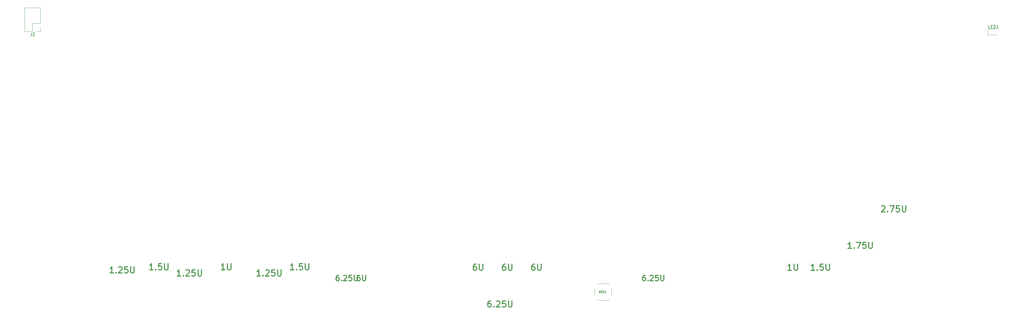
<source format=gto>
G04 #@! TF.GenerationSoftware,KiCad,Pcbnew,(5.1.4)-1*
G04 #@! TF.CreationDate,2020-03-17T00:39:42-07:00*
G04 #@! TF.ProjectId,mad cat,6d616420-6361-4742-9e6b-696361645f70,rev?*
G04 #@! TF.SameCoordinates,Original*
G04 #@! TF.FileFunction,Legend,Top*
G04 #@! TF.FilePolarity,Positive*
%FSLAX46Y46*%
G04 Gerber Fmt 4.6, Leading zero omitted, Abs format (unit mm)*
G04 Created by KiCad (PCBNEW (5.1.4)-1) date 2020-03-17 00:39:42*
%MOMM*%
%LPD*%
G04 APERTURE LIST*
%ADD10C,0.120000*%
%ADD11C,0.150000*%
%ADD12C,0.300000*%
G04 APERTURE END LIST*
D10*
X315615000Y-27160000D02*
X318500000Y-27160000D01*
X315615000Y-25340000D02*
X315615000Y-27160000D01*
X318500000Y-25340000D02*
X315615000Y-25340000D01*
X192720000Y-110085000D02*
X192720000Y-112165000D01*
X188550000Y-113845000D02*
X188060000Y-113355000D01*
X187280000Y-110085000D02*
X187280000Y-112165000D01*
X191450000Y-113845000D02*
X191940000Y-113355000D01*
X191450000Y-113845000D02*
X188550000Y-113845000D01*
X191450000Y-108405000D02*
X191940000Y-108895000D01*
X191450000Y-108405000D02*
X188550000Y-108405000D01*
X188550000Y-108405000D02*
X188060000Y-108895000D01*
X6330000Y-18355000D02*
X1130000Y-18355000D01*
X6330000Y-23495000D02*
X6330000Y-18355000D01*
X1130000Y-26095000D02*
X1130000Y-18355000D01*
X6330000Y-23495000D02*
X3730000Y-23495000D01*
X3730000Y-23495000D02*
X3730000Y-26095000D01*
X3730000Y-26095000D02*
X1130000Y-26095000D01*
X6330000Y-24765000D02*
X6330000Y-26095000D01*
X6330000Y-26095000D02*
X5000000Y-26095000D01*
D11*
X316380952Y-25052380D02*
X315904761Y-25052380D01*
X315904761Y-24052380D01*
X316714285Y-24528571D02*
X317047619Y-24528571D01*
X317190476Y-25052380D02*
X316714285Y-25052380D01*
X316714285Y-24052380D01*
X317190476Y-24052380D01*
X317619047Y-25052380D02*
X317619047Y-24052380D01*
X317857142Y-24052380D01*
X318000000Y-24100000D01*
X318095238Y-24195238D01*
X318142857Y-24290476D01*
X318190476Y-24480952D01*
X318190476Y-24623809D01*
X318142857Y-24814285D01*
X318095238Y-24909523D01*
X318000000Y-25004761D01*
X317857142Y-25052380D01*
X317619047Y-25052380D01*
X319142857Y-25052380D02*
X318571428Y-25052380D01*
X318857142Y-25052380D02*
X318857142Y-24052380D01*
X318761904Y-24195238D01*
X318666666Y-24290476D01*
X318571428Y-24338095D01*
D12*
X66523809Y-103904761D02*
X65380952Y-103904761D01*
X65952380Y-103904761D02*
X65952380Y-101904761D01*
X65761904Y-102190476D01*
X65571428Y-102380952D01*
X65380952Y-102476190D01*
X67380952Y-101904761D02*
X67380952Y-103523809D01*
X67476190Y-103714285D01*
X67571428Y-103809523D01*
X67761904Y-103904761D01*
X68142857Y-103904761D01*
X68333333Y-103809523D01*
X68428571Y-103714285D01*
X68523809Y-103523809D01*
X68523809Y-101904761D01*
X89095238Y-103904761D02*
X87952380Y-103904761D01*
X88523809Y-103904761D02*
X88523809Y-101904761D01*
X88333333Y-102190476D01*
X88142857Y-102380952D01*
X87952380Y-102476190D01*
X89952380Y-103714285D02*
X90047619Y-103809523D01*
X89952380Y-103904761D01*
X89857142Y-103809523D01*
X89952380Y-103714285D01*
X89952380Y-103904761D01*
X91857142Y-101904761D02*
X90904761Y-101904761D01*
X90809523Y-102857142D01*
X90904761Y-102761904D01*
X91095238Y-102666666D01*
X91571428Y-102666666D01*
X91761904Y-102761904D01*
X91857142Y-102857142D01*
X91952380Y-103047619D01*
X91952380Y-103523809D01*
X91857142Y-103714285D01*
X91761904Y-103809523D01*
X91571428Y-103904761D01*
X91095238Y-103904761D01*
X90904761Y-103809523D01*
X90809523Y-103714285D01*
X92809523Y-101904761D02*
X92809523Y-103523809D01*
X92904761Y-103714285D01*
X93000000Y-103809523D01*
X93190476Y-103904761D01*
X93571428Y-103904761D01*
X93761904Y-103809523D01*
X93857142Y-103714285D01*
X93952380Y-103523809D01*
X93952380Y-101904761D01*
X43095238Y-103904761D02*
X41952380Y-103904761D01*
X42523809Y-103904761D02*
X42523809Y-101904761D01*
X42333333Y-102190476D01*
X42142857Y-102380952D01*
X41952380Y-102476190D01*
X43952380Y-103714285D02*
X44047619Y-103809523D01*
X43952380Y-103904761D01*
X43857142Y-103809523D01*
X43952380Y-103714285D01*
X43952380Y-103904761D01*
X45857142Y-101904761D02*
X44904761Y-101904761D01*
X44809523Y-102857142D01*
X44904761Y-102761904D01*
X45095238Y-102666666D01*
X45571428Y-102666666D01*
X45761904Y-102761904D01*
X45857142Y-102857142D01*
X45952380Y-103047619D01*
X45952380Y-103523809D01*
X45857142Y-103714285D01*
X45761904Y-103809523D01*
X45571428Y-103904761D01*
X45095238Y-103904761D01*
X44904761Y-103809523D01*
X44809523Y-103714285D01*
X46809523Y-101904761D02*
X46809523Y-103523809D01*
X46904761Y-103714285D01*
X47000000Y-103809523D01*
X47190476Y-103904761D01*
X47571428Y-103904761D01*
X47761904Y-103809523D01*
X47857142Y-103714285D01*
X47952380Y-103523809D01*
X47952380Y-101904761D01*
X251523809Y-104029761D02*
X250380952Y-104029761D01*
X250952380Y-104029761D02*
X250952380Y-102029761D01*
X250761904Y-102315476D01*
X250571428Y-102505952D01*
X250380952Y-102601190D01*
X252380952Y-102029761D02*
X252380952Y-103648809D01*
X252476190Y-103839285D01*
X252571428Y-103934523D01*
X252761904Y-104029761D01*
X253142857Y-104029761D01*
X253333333Y-103934523D01*
X253428571Y-103839285D01*
X253523809Y-103648809D01*
X253523809Y-102029761D01*
X30142857Y-104904761D02*
X29000000Y-104904761D01*
X29571428Y-104904761D02*
X29571428Y-102904761D01*
X29380952Y-103190476D01*
X29190476Y-103380952D01*
X29000000Y-103476190D01*
X31000000Y-104714285D02*
X31095238Y-104809523D01*
X31000000Y-104904761D01*
X30904761Y-104809523D01*
X31000000Y-104714285D01*
X31000000Y-104904761D01*
X31857142Y-103095238D02*
X31952380Y-103000000D01*
X32142857Y-102904761D01*
X32619047Y-102904761D01*
X32809523Y-103000000D01*
X32904761Y-103095238D01*
X33000000Y-103285714D01*
X33000000Y-103476190D01*
X32904761Y-103761904D01*
X31761904Y-104904761D01*
X33000000Y-104904761D01*
X34809523Y-102904761D02*
X33857142Y-102904761D01*
X33761904Y-103857142D01*
X33857142Y-103761904D01*
X34047619Y-103666666D01*
X34523809Y-103666666D01*
X34714285Y-103761904D01*
X34809523Y-103857142D01*
X34904761Y-104047619D01*
X34904761Y-104523809D01*
X34809523Y-104714285D01*
X34714285Y-104809523D01*
X34523809Y-104904761D01*
X34047619Y-104904761D01*
X33857142Y-104809523D01*
X33761904Y-104714285D01*
X35761904Y-102904761D02*
X35761904Y-104523809D01*
X35857142Y-104714285D01*
X35952380Y-104809523D01*
X36142857Y-104904761D01*
X36523809Y-104904761D01*
X36714285Y-104809523D01*
X36809523Y-104714285D01*
X36904761Y-104523809D01*
X36904761Y-102904761D01*
X259095238Y-104029761D02*
X257952380Y-104029761D01*
X258523809Y-104029761D02*
X258523809Y-102029761D01*
X258333333Y-102315476D01*
X258142857Y-102505952D01*
X257952380Y-102601190D01*
X259952380Y-103839285D02*
X260047619Y-103934523D01*
X259952380Y-104029761D01*
X259857142Y-103934523D01*
X259952380Y-103839285D01*
X259952380Y-104029761D01*
X261857142Y-102029761D02*
X260904761Y-102029761D01*
X260809523Y-102982142D01*
X260904761Y-102886904D01*
X261095238Y-102791666D01*
X261571428Y-102791666D01*
X261761904Y-102886904D01*
X261857142Y-102982142D01*
X261952380Y-103172619D01*
X261952380Y-103648809D01*
X261857142Y-103839285D01*
X261761904Y-103934523D01*
X261571428Y-104029761D01*
X261095238Y-104029761D01*
X260904761Y-103934523D01*
X260809523Y-103839285D01*
X262809523Y-102029761D02*
X262809523Y-103648809D01*
X262904761Y-103839285D01*
X263000000Y-103934523D01*
X263190476Y-104029761D01*
X263571428Y-104029761D01*
X263761904Y-103934523D01*
X263857142Y-103839285D01*
X263952380Y-103648809D01*
X263952380Y-102029761D01*
X52142857Y-105904761D02*
X51000000Y-105904761D01*
X51571428Y-105904761D02*
X51571428Y-103904761D01*
X51380952Y-104190476D01*
X51190476Y-104380952D01*
X51000000Y-104476190D01*
X53000000Y-105714285D02*
X53095238Y-105809523D01*
X53000000Y-105904761D01*
X52904761Y-105809523D01*
X53000000Y-105714285D01*
X53000000Y-105904761D01*
X53857142Y-104095238D02*
X53952380Y-104000000D01*
X54142857Y-103904761D01*
X54619047Y-103904761D01*
X54809523Y-104000000D01*
X54904761Y-104095238D01*
X55000000Y-104285714D01*
X55000000Y-104476190D01*
X54904761Y-104761904D01*
X53761904Y-105904761D01*
X55000000Y-105904761D01*
X56809523Y-103904761D02*
X55857142Y-103904761D01*
X55761904Y-104857142D01*
X55857142Y-104761904D01*
X56047619Y-104666666D01*
X56523809Y-104666666D01*
X56714285Y-104761904D01*
X56809523Y-104857142D01*
X56904761Y-105047619D01*
X56904761Y-105523809D01*
X56809523Y-105714285D01*
X56714285Y-105809523D01*
X56523809Y-105904761D01*
X56047619Y-105904761D01*
X55857142Y-105809523D01*
X55761904Y-105714285D01*
X57761904Y-103904761D02*
X57761904Y-105523809D01*
X57857142Y-105714285D01*
X57952380Y-105809523D01*
X58142857Y-105904761D01*
X58523809Y-105904761D01*
X58714285Y-105809523D01*
X58809523Y-105714285D01*
X58904761Y-105523809D01*
X58904761Y-103904761D01*
X78142857Y-105904761D02*
X77000000Y-105904761D01*
X77571428Y-105904761D02*
X77571428Y-103904761D01*
X77380952Y-104190476D01*
X77190476Y-104380952D01*
X77000000Y-104476190D01*
X79000000Y-105714285D02*
X79095238Y-105809523D01*
X79000000Y-105904761D01*
X78904761Y-105809523D01*
X79000000Y-105714285D01*
X79000000Y-105904761D01*
X79857142Y-104095238D02*
X79952380Y-104000000D01*
X80142857Y-103904761D01*
X80619047Y-103904761D01*
X80809523Y-104000000D01*
X80904761Y-104095238D01*
X81000000Y-104285714D01*
X81000000Y-104476190D01*
X80904761Y-104761904D01*
X79761904Y-105904761D01*
X81000000Y-105904761D01*
X82809523Y-103904761D02*
X81857142Y-103904761D01*
X81761904Y-104857142D01*
X81857142Y-104761904D01*
X82047619Y-104666666D01*
X82523809Y-104666666D01*
X82714285Y-104761904D01*
X82809523Y-104857142D01*
X82904761Y-105047619D01*
X82904761Y-105523809D01*
X82809523Y-105714285D01*
X82714285Y-105809523D01*
X82523809Y-105904761D01*
X82047619Y-105904761D01*
X81857142Y-105809523D01*
X81761904Y-105714285D01*
X83761904Y-103904761D02*
X83761904Y-105523809D01*
X83857142Y-105714285D01*
X83952380Y-105809523D01*
X84142857Y-105904761D01*
X84523809Y-105904761D01*
X84714285Y-105809523D01*
X84809523Y-105714285D01*
X84904761Y-105523809D01*
X84904761Y-103904761D01*
X271142857Y-96904761D02*
X270000000Y-96904761D01*
X270571428Y-96904761D02*
X270571428Y-94904761D01*
X270380952Y-95190476D01*
X270190476Y-95380952D01*
X270000000Y-95476190D01*
X272000000Y-96714285D02*
X272095238Y-96809523D01*
X272000000Y-96904761D01*
X271904761Y-96809523D01*
X272000000Y-96714285D01*
X272000000Y-96904761D01*
X272761904Y-94904761D02*
X274095238Y-94904761D01*
X273238095Y-96904761D01*
X275809523Y-94904761D02*
X274857142Y-94904761D01*
X274761904Y-95857142D01*
X274857142Y-95761904D01*
X275047619Y-95666666D01*
X275523809Y-95666666D01*
X275714285Y-95761904D01*
X275809523Y-95857142D01*
X275904761Y-96047619D01*
X275904761Y-96523809D01*
X275809523Y-96714285D01*
X275714285Y-96809523D01*
X275523809Y-96904761D01*
X275047619Y-96904761D01*
X274857142Y-96809523D01*
X274761904Y-96714285D01*
X276761904Y-94904761D02*
X276761904Y-96523809D01*
X276857142Y-96714285D01*
X276952380Y-96809523D01*
X277142857Y-96904761D01*
X277523809Y-96904761D01*
X277714285Y-96809523D01*
X277809523Y-96714285D01*
X277904761Y-96523809D01*
X277904761Y-94904761D01*
D11*
X189183333Y-111441666D02*
X188950000Y-111108333D01*
X188783333Y-111441666D02*
X188783333Y-110741666D01*
X189050000Y-110741666D01*
X189116666Y-110775000D01*
X189150000Y-110808333D01*
X189183333Y-110875000D01*
X189183333Y-110975000D01*
X189150000Y-111041666D01*
X189116666Y-111075000D01*
X189050000Y-111108333D01*
X188783333Y-111108333D01*
X189450000Y-111408333D02*
X189550000Y-111441666D01*
X189716666Y-111441666D01*
X189783333Y-111408333D01*
X189816666Y-111375000D01*
X189850000Y-111308333D01*
X189850000Y-111241666D01*
X189816666Y-111175000D01*
X189783333Y-111141666D01*
X189716666Y-111108333D01*
X189583333Y-111075000D01*
X189516666Y-111041666D01*
X189483333Y-111008333D01*
X189450000Y-110941666D01*
X189450000Y-110875000D01*
X189483333Y-110808333D01*
X189516666Y-110775000D01*
X189583333Y-110741666D01*
X189750000Y-110741666D01*
X189850000Y-110775000D01*
X190050000Y-110741666D02*
X190450000Y-110741666D01*
X190250000Y-111441666D02*
X190250000Y-110741666D01*
X191050000Y-111441666D02*
X190650000Y-111441666D01*
X190850000Y-111441666D02*
X190850000Y-110741666D01*
X190783333Y-110841666D01*
X190716666Y-110908333D01*
X190650000Y-110941666D01*
D12*
X153321130Y-114029761D02*
X152940178Y-114029761D01*
X152749702Y-114125000D01*
X152654464Y-114220238D01*
X152463988Y-114505952D01*
X152368750Y-114886904D01*
X152368750Y-115648809D01*
X152463988Y-115839285D01*
X152559226Y-115934523D01*
X152749702Y-116029761D01*
X153130654Y-116029761D01*
X153321130Y-115934523D01*
X153416369Y-115839285D01*
X153511607Y-115648809D01*
X153511607Y-115172619D01*
X153416369Y-114982142D01*
X153321130Y-114886904D01*
X153130654Y-114791666D01*
X152749702Y-114791666D01*
X152559226Y-114886904D01*
X152463988Y-114982142D01*
X152368750Y-115172619D01*
X154368750Y-115839285D02*
X154463988Y-115934523D01*
X154368750Y-116029761D01*
X154273511Y-115934523D01*
X154368750Y-115839285D01*
X154368750Y-116029761D01*
X155225892Y-114220238D02*
X155321130Y-114125000D01*
X155511607Y-114029761D01*
X155987797Y-114029761D01*
X156178273Y-114125000D01*
X156273511Y-114220238D01*
X156368750Y-114410714D01*
X156368750Y-114601190D01*
X156273511Y-114886904D01*
X155130654Y-116029761D01*
X156368750Y-116029761D01*
X158178273Y-114029761D02*
X157225892Y-114029761D01*
X157130654Y-114982142D01*
X157225892Y-114886904D01*
X157416369Y-114791666D01*
X157892559Y-114791666D01*
X158083035Y-114886904D01*
X158178273Y-114982142D01*
X158273511Y-115172619D01*
X158273511Y-115648809D01*
X158178273Y-115839285D01*
X158083035Y-115934523D01*
X157892559Y-116029761D01*
X157416369Y-116029761D01*
X157225892Y-115934523D01*
X157130654Y-115839285D01*
X159130654Y-114029761D02*
X159130654Y-115648809D01*
X159225892Y-115839285D01*
X159321130Y-115934523D01*
X159511607Y-116029761D01*
X159892559Y-116029761D01*
X160083035Y-115934523D01*
X160178273Y-115839285D01*
X160273511Y-115648809D01*
X160273511Y-114029761D01*
X103664083Y-105666666D02*
X103330750Y-105666666D01*
X103164083Y-105750000D01*
X103080750Y-105833333D01*
X102914083Y-106083333D01*
X102830750Y-106416666D01*
X102830750Y-107083333D01*
X102914083Y-107250000D01*
X102997416Y-107333333D01*
X103164083Y-107416666D01*
X103497416Y-107416666D01*
X103664083Y-107333333D01*
X103747416Y-107250000D01*
X103830750Y-107083333D01*
X103830750Y-106666666D01*
X103747416Y-106500000D01*
X103664083Y-106416666D01*
X103497416Y-106333333D01*
X103164083Y-106333333D01*
X102997416Y-106416666D01*
X102914083Y-106500000D01*
X102830750Y-106666666D01*
X104580750Y-107250000D02*
X104664083Y-107333333D01*
X104580750Y-107416666D01*
X104497416Y-107333333D01*
X104580750Y-107250000D01*
X104580750Y-107416666D01*
X105330750Y-105833333D02*
X105414083Y-105750000D01*
X105580750Y-105666666D01*
X105997416Y-105666666D01*
X106164083Y-105750000D01*
X106247416Y-105833333D01*
X106330750Y-106000000D01*
X106330750Y-106166666D01*
X106247416Y-106416666D01*
X105247416Y-107416666D01*
X106330750Y-107416666D01*
X107914083Y-105666666D02*
X107080750Y-105666666D01*
X106997416Y-106500000D01*
X107080750Y-106416666D01*
X107247416Y-106333333D01*
X107664083Y-106333333D01*
X107830750Y-106416666D01*
X107914083Y-106500000D01*
X107997416Y-106666666D01*
X107997416Y-107083333D01*
X107914083Y-107250000D01*
X107830750Y-107333333D01*
X107664083Y-107416666D01*
X107247416Y-107416666D01*
X107080750Y-107333333D01*
X106997416Y-107250000D01*
X108747416Y-105666666D02*
X108747416Y-107083333D01*
X108830750Y-107250000D01*
X108914083Y-107333333D01*
X109080750Y-107416666D01*
X109414083Y-107416666D01*
X109580750Y-107333333D01*
X109664083Y-107250000D01*
X109747416Y-107083333D01*
X109747416Y-105666666D01*
X203740083Y-105666666D02*
X203406750Y-105666666D01*
X203240083Y-105750000D01*
X203156750Y-105833333D01*
X202990083Y-106083333D01*
X202906750Y-106416666D01*
X202906750Y-107083333D01*
X202990083Y-107250000D01*
X203073416Y-107333333D01*
X203240083Y-107416666D01*
X203573416Y-107416666D01*
X203740083Y-107333333D01*
X203823416Y-107250000D01*
X203906750Y-107083333D01*
X203906750Y-106666666D01*
X203823416Y-106500000D01*
X203740083Y-106416666D01*
X203573416Y-106333333D01*
X203240083Y-106333333D01*
X203073416Y-106416666D01*
X202990083Y-106500000D01*
X202906750Y-106666666D01*
X204656750Y-107250000D02*
X204740083Y-107333333D01*
X204656750Y-107416666D01*
X204573416Y-107333333D01*
X204656750Y-107250000D01*
X204656750Y-107416666D01*
X205406750Y-105833333D02*
X205490083Y-105750000D01*
X205656750Y-105666666D01*
X206073416Y-105666666D01*
X206240083Y-105750000D01*
X206323416Y-105833333D01*
X206406750Y-106000000D01*
X206406750Y-106166666D01*
X206323416Y-106416666D01*
X205323416Y-107416666D01*
X206406750Y-107416666D01*
X207990083Y-105666666D02*
X207156750Y-105666666D01*
X207073416Y-106500000D01*
X207156750Y-106416666D01*
X207323416Y-106333333D01*
X207740083Y-106333333D01*
X207906750Y-106416666D01*
X207990083Y-106500000D01*
X208073416Y-106666666D01*
X208073416Y-107083333D01*
X207990083Y-107250000D01*
X207906750Y-107333333D01*
X207740083Y-107416666D01*
X207323416Y-107416666D01*
X207156750Y-107333333D01*
X207073416Y-107250000D01*
X208823416Y-105666666D02*
X208823416Y-107083333D01*
X208906750Y-107250000D01*
X208990083Y-107333333D01*
X209156750Y-107416666D01*
X209490083Y-107416666D01*
X209656750Y-107333333D01*
X209740083Y-107250000D01*
X209823416Y-107083333D01*
X209823416Y-105666666D01*
X110541666Y-105666666D02*
X110208333Y-105666666D01*
X110041666Y-105750000D01*
X109958333Y-105833333D01*
X109791666Y-106083333D01*
X109708333Y-106416666D01*
X109708333Y-107083333D01*
X109791666Y-107250000D01*
X109875000Y-107333333D01*
X110041666Y-107416666D01*
X110375000Y-107416666D01*
X110541666Y-107333333D01*
X110625000Y-107250000D01*
X110708333Y-107083333D01*
X110708333Y-106666666D01*
X110625000Y-106500000D01*
X110541666Y-106416666D01*
X110375000Y-106333333D01*
X110041666Y-106333333D01*
X109875000Y-106416666D01*
X109791666Y-106500000D01*
X109708333Y-106666666D01*
X111458333Y-105666666D02*
X111458333Y-107083333D01*
X111541666Y-107250000D01*
X111625000Y-107333333D01*
X111791666Y-107416666D01*
X112125000Y-107416666D01*
X112291666Y-107333333D01*
X112375000Y-107250000D01*
X112458333Y-107083333D01*
X112458333Y-105666666D01*
X167608333Y-102029761D02*
X167227380Y-102029761D01*
X167036904Y-102125000D01*
X166941666Y-102220238D01*
X166751190Y-102505952D01*
X166655952Y-102886904D01*
X166655952Y-103648809D01*
X166751190Y-103839285D01*
X166846428Y-103934523D01*
X167036904Y-104029761D01*
X167417857Y-104029761D01*
X167608333Y-103934523D01*
X167703571Y-103839285D01*
X167798809Y-103648809D01*
X167798809Y-103172619D01*
X167703571Y-102982142D01*
X167608333Y-102886904D01*
X167417857Y-102791666D01*
X167036904Y-102791666D01*
X166846428Y-102886904D01*
X166751190Y-102982142D01*
X166655952Y-103172619D01*
X168655952Y-102029761D02*
X168655952Y-103648809D01*
X168751190Y-103839285D01*
X168846428Y-103934523D01*
X169036904Y-104029761D01*
X169417857Y-104029761D01*
X169608333Y-103934523D01*
X169703571Y-103839285D01*
X169798809Y-103648809D01*
X169798809Y-102029761D01*
X148558333Y-102029761D02*
X148177380Y-102029761D01*
X147986904Y-102125000D01*
X147891666Y-102220238D01*
X147701190Y-102505952D01*
X147605952Y-102886904D01*
X147605952Y-103648809D01*
X147701190Y-103839285D01*
X147796428Y-103934523D01*
X147986904Y-104029761D01*
X148367857Y-104029761D01*
X148558333Y-103934523D01*
X148653571Y-103839285D01*
X148748809Y-103648809D01*
X148748809Y-103172619D01*
X148653571Y-102982142D01*
X148558333Y-102886904D01*
X148367857Y-102791666D01*
X147986904Y-102791666D01*
X147796428Y-102886904D01*
X147701190Y-102982142D01*
X147605952Y-103172619D01*
X149605952Y-102029761D02*
X149605952Y-103648809D01*
X149701190Y-103839285D01*
X149796428Y-103934523D01*
X149986904Y-104029761D01*
X150367857Y-104029761D01*
X150558333Y-103934523D01*
X150653571Y-103839285D01*
X150748809Y-103648809D01*
X150748809Y-102029761D01*
X158083333Y-102029761D02*
X157702380Y-102029761D01*
X157511904Y-102125000D01*
X157416666Y-102220238D01*
X157226190Y-102505952D01*
X157130952Y-102886904D01*
X157130952Y-103648809D01*
X157226190Y-103839285D01*
X157321428Y-103934523D01*
X157511904Y-104029761D01*
X157892857Y-104029761D01*
X158083333Y-103934523D01*
X158178571Y-103839285D01*
X158273809Y-103648809D01*
X158273809Y-103172619D01*
X158178571Y-102982142D01*
X158083333Y-102886904D01*
X157892857Y-102791666D01*
X157511904Y-102791666D01*
X157321428Y-102886904D01*
X157226190Y-102982142D01*
X157130952Y-103172619D01*
X159130952Y-102029761D02*
X159130952Y-103648809D01*
X159226190Y-103839285D01*
X159321428Y-103934523D01*
X159511904Y-104029761D01*
X159892857Y-104029761D01*
X160083333Y-103934523D01*
X160178571Y-103839285D01*
X160273809Y-103648809D01*
X160273809Y-102029761D01*
X280956250Y-83170238D02*
X281051488Y-83075000D01*
X281241964Y-82979761D01*
X281718154Y-82979761D01*
X281908630Y-83075000D01*
X282003869Y-83170238D01*
X282099107Y-83360714D01*
X282099107Y-83551190D01*
X282003869Y-83836904D01*
X280861011Y-84979761D01*
X282099107Y-84979761D01*
X282956250Y-84789285D02*
X283051488Y-84884523D01*
X282956250Y-84979761D01*
X282861011Y-84884523D01*
X282956250Y-84789285D01*
X282956250Y-84979761D01*
X283718154Y-82979761D02*
X285051488Y-82979761D01*
X284194345Y-84979761D01*
X286765773Y-82979761D02*
X285813392Y-82979761D01*
X285718154Y-83932142D01*
X285813392Y-83836904D01*
X286003869Y-83741666D01*
X286480059Y-83741666D01*
X286670535Y-83836904D01*
X286765773Y-83932142D01*
X286861011Y-84122619D01*
X286861011Y-84598809D01*
X286765773Y-84789285D01*
X286670535Y-84884523D01*
X286480059Y-84979761D01*
X286003869Y-84979761D01*
X285813392Y-84884523D01*
X285718154Y-84789285D01*
X287718154Y-82979761D02*
X287718154Y-84598809D01*
X287813392Y-84789285D01*
X287908630Y-84884523D01*
X288099107Y-84979761D01*
X288480059Y-84979761D01*
X288670535Y-84884523D01*
X288765773Y-84789285D01*
X288861011Y-84598809D01*
X288861011Y-82979761D01*
D11*
X3396666Y-26547380D02*
X3396666Y-27261666D01*
X3349047Y-27404523D01*
X3253809Y-27499761D01*
X3110952Y-27547380D01*
X3015714Y-27547380D01*
X3825238Y-26642619D02*
X3872857Y-26595000D01*
X3968095Y-26547380D01*
X4206190Y-26547380D01*
X4301428Y-26595000D01*
X4349047Y-26642619D01*
X4396666Y-26737857D01*
X4396666Y-26833095D01*
X4349047Y-26975952D01*
X3777619Y-27547380D01*
X4396666Y-27547380D01*
M02*

</source>
